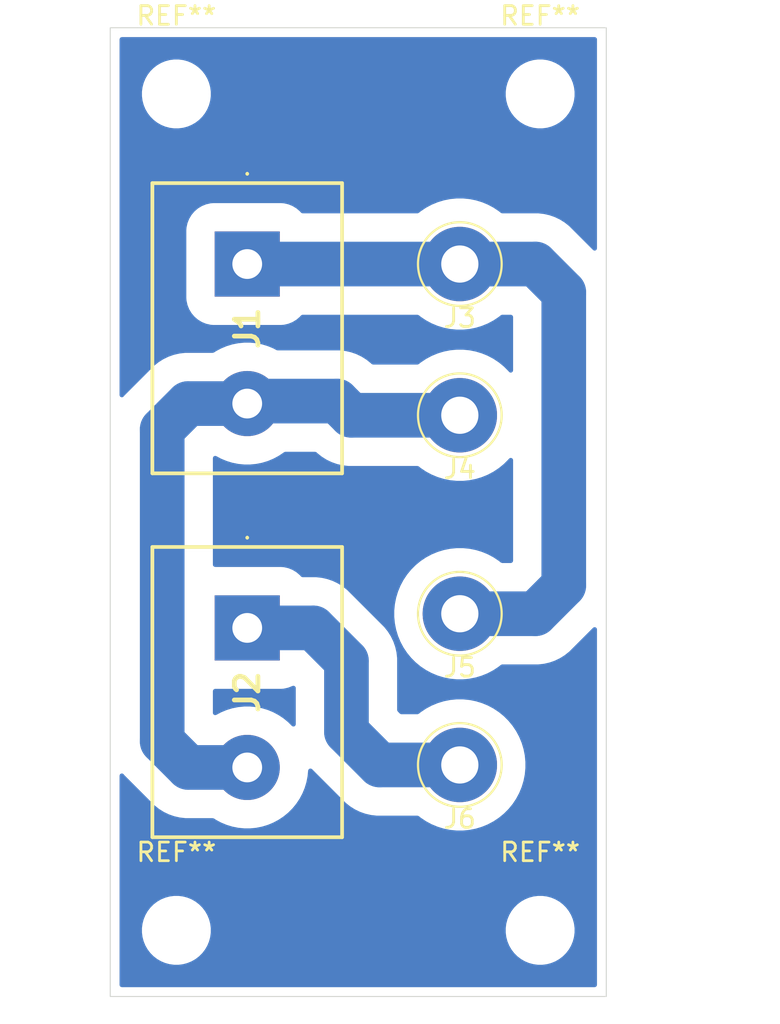
<source format=kicad_pcb>
(kicad_pcb (version 20241229) (generator "pcbnew") (generator_version "9.0")
  (layers (0 "F.Cu" signal) (2 "B.Cu" signal) (13 "F.Paste" user) (15 "B.Paste" user) (5 "F.SilkS" user "F.Silkscreen") (7 "B.SilkS" user "B.Silkscreen") (1 "F.Mask" user) (3 "B.Mask" user) (25 "Edge.Cuts" user))
  (net 0 "")
  (net 1 "/Linea")
  (net 2 "Net-(J6-Pin_1)")
  (net 3 "/Neutro")
  (footprint "TestPoint:TestPoint_THTPad_D4.0mm_Drill2.0mm" (layer "F.Cu") (at 93.726 64.262 180)
    (property "Reference" "J5" (at 0 -2.898 0) (layer "F.SilkS"))
    (property "Value" "Pad-Relay-Comun")
    (fp_circle (center 0 0) (end 0 2.25) (stroke (width 0.12)) (fill no) (layer "F.SilkS"))
    (pad "1" thru_hole circle (at 0 0 180) (size 4 4) (drill 2) (layers "*.Cu" "*.Mask") (net 1 "/Linea"))
  )
  (footprint "Samacsys:TB00475002GR" (layer "F.Cu") (at 82.296 45.466 -90)
    (property "Reference" "J1" (at 3.45 0 90) (layer "F.SilkS") (effects (font (size 1.27 1.27) (thickness 0.254))))
    (property "Value" "AC IN" (hide yes))
    (fp_line (start -4.35 5.1) (end -4.35 -5.1) (stroke (width 0.2)) (layer "F.SilkS"))
    (fp_line (start 11.25 5.1) (end -4.35 5.1) (stroke (width 0.2)) (layer "F.SilkS"))
    (fp_line (start -4.9 0) (end -4.9 0) (stroke (width 0.1)) (layer "F.SilkS"))
    (fp_line (start -4.8 0) (end -4.8 0) (stroke (width 0.1)) (layer "F.SilkS"))
    (fp_line (start -4.35 -5.1) (end 11.25 -5.1) (stroke (width 0.2)) (layer "F.SilkS"))
    (fp_line (start 11.25 -5.1) (end 11.25 5.1) (stroke (width 0.2)) (layer "F.SilkS"))
    (fp_arc (start -4.9 0) (mid -4.85 -0.05) (end -4.8 0) (stroke (width 0.1)) (layer "F.SilkS"))
    (fp_arc (start -4.8 0) (mid -4.85 0.05) (end -4.9 0) (stroke (width 0.1)) (layer "F.SilkS"))
    (pad "1" thru_hole rect (at 0 0 270) (size 3.5 3.5) (drill 1.6) (layers "*.Cu" "*.Mask") (net 1 "/Linea"))
    (pad "2" thru_hole circle (at 7.5 0 270) (size 3.5 3.5) (drill 1.6) (layers "*.Cu" "*.Mask") (net 3 "/Neutro"))
  )
  (footprint "MountingHole:MountingHole_3.2mm_M3" (layer "F.Cu") (at 98.044 81.28)
    (property "Reference" "REF**" (at 0 -4.2 0) (layer "F.SilkS"))
    (property "Value" "MountingHole_3.2mm_M3")
    (pad "" np_thru_hole circle (at 0 0) (size 3.2 3.2) (drill 3.2) (layers "*.Cu" "*.Mask"))
  )
  (footprint "TestPoint:TestPoint_THTPad_D4.0mm_Drill2.0mm" (layer "F.Cu") (at 93.726 72.39 180)
    (property "Reference" "J6" (at 0 -2.898 0) (layer "F.SilkS"))
    (property "Value" "Pad-Relay-NC")
    (fp_circle (center 0 0) (end 0 2.25) (stroke (width 0.12)) (fill no) (layer "F.SilkS"))
    (pad "1" thru_hole circle (at 0 0 180) (size 4 4) (drill 2) (layers "*.Cu" "*.Mask") (net 2 "Net-(J6-Pin_1)"))
  )
  (footprint "MountingHole:MountingHole_3.2mm_M3" (layer "F.Cu") (at 98.044 36.322)
    (property "Reference" "REF**" (at 0 -4.2 0) (layer "F.SilkS"))
    (property "Value" "MountingHole_3.2mm_M3")
    (pad "" np_thru_hole circle (at 0 0) (size 3.2 3.2) (drill 3.2) (layers "*.Cu" "*.Mask"))
  )
  (footprint "TestPoint:TestPoint_THTPad_D4.0mm_Drill2.0mm" (layer "F.Cu") (at 93.726 45.466 180)
    (property "Reference" "J3" (at 0 -2.898 0) (layer "F.SilkS"))
    (property "Value" "Pad-AC-Fuente-L")
    (fp_circle (center 0 0) (end 0 2.25) (stroke (width 0.12)) (fill no) (layer "F.SilkS"))
    (pad "1" thru_hole circle (at 0 0 180) (size 4 4) (drill 2) (layers "*.Cu" "*.Mask") (net 1 "/Linea"))
  )
  (footprint "TestPoint:TestPoint_THTPad_D4.0mm_Drill2.0mm" (layer "F.Cu") (at 93.726 53.594 180)
    (property "Reference" "J4" (at 0 -2.898 0) (layer "F.SilkS"))
    (property "Value" "Pad-AC-Fuente-N")
    (fp_circle (center 0 0) (end 0 2.25) (stroke (width 0.12)) (fill no) (layer "F.SilkS"))
    (pad "1" thru_hole circle (at 0 0 180) (size 4 4) (drill 2) (layers "*.Cu" "*.Mask") (net 3 "/Neutro"))
  )
  (footprint "MountingHole:MountingHole_3.2mm_M3" (layer "F.Cu") (at 78.486 81.28)
    (property "Reference" "REF**" (at 0 -4.2 0) (layer "F.SilkS"))
    (property "Value" "MountingHole_3.2mm_M3")
    (pad "" np_thru_hole circle (at 0 0) (size 3.2 3.2) (drill 3.2) (layers "*.Cu" "*.Mask"))
  )
  (footprint "Samacsys:TB00475002GR" (layer "F.Cu") (at 82.296 65.024 -90)
    (property "Reference" "J2" (at 3.45 0 90) (layer "F.SilkS") (effects (font (size 1.27 1.27) (thickness 0.254))))
    (property "Value" "Bomba" (hide yes))
    (fp_line (start -4.35 5.1) (end -4.35 -5.1) (stroke (width 0.2)) (layer "F.SilkS"))
    (fp_line (start 11.25 5.1) (end -4.35 5.1) (stroke (width 0.2)) (layer "F.SilkS"))
    (fp_line (start -4.9 0) (end -4.9 0) (stroke (width 0.1)) (layer "F.SilkS"))
    (fp_line (start -4.8 0) (end -4.8 0) (stroke (width 0.1)) (layer "F.SilkS"))
    (fp_line (start -4.35 -5.1) (end 11.25 -5.1) (stroke (width 0.2)) (layer "F.SilkS"))
    (fp_line (start 11.25 -5.1) (end 11.25 5.1) (stroke (width 0.2)) (layer "F.SilkS"))
    (fp_arc (start -4.9 0) (mid -4.85 -0.05) (end -4.8 0) (stroke (width 0.1)) (layer "F.SilkS"))
    (fp_arc (start -4.8 0) (mid -4.85 0.05) (end -4.9 0) (stroke (width 0.1)) (layer "F.SilkS"))
    (pad "1" thru_hole rect (at 0 0 270) (size 3.5 3.5) (drill 1.6) (layers "*.Cu" "*.Mask") (net 2 "Net-(J6-Pin_1)"))
    (pad "2" thru_hole circle (at 7.5 0 270) (size 3.5 3.5) (drill 1.6) (layers "*.Cu" "*.Mask") (net 3 "/Neutro"))
  )
  (footprint "MountingHole:MountingHole_3.2mm_M3" (layer "F.Cu") (at 78.486 36.322)
    (property "Reference" "REF**" (at 0 -4.2 0) (layer "F.SilkS"))
    (property "Value" "MountingHole_3.2mm_M3")
    (pad "" np_thru_hole circle (at 0 0) (size 3.2 3.2) (drill 3.2) (layers "*.Cu" "*.Mask"))
  )
  (gr_rect (start 74.93 32.766) (end 101.6 84.836) (stroke (width 0.05)) (fill no) (layer "Edge.Cuts"))
  (segment (start 99.314 62.738) (end 97.79 64.262) (width 2.4) (layer "B.Cu") (net 1))
  (segment (start 93.726 45.466) (end 97.79 45.466) (width 2.4) (layer "B.Cu") (net 1))
  (segment (start 97.79 45.466) (end 99.314 46.99) (width 2.4) (layer "B.Cu") (net 1))
  (segment (start 99.314 46.99) (end 99.314 62.738) (width 2.4) (layer "B.Cu") (net 1))
  (segment (start 93.726 45.466) (end 82.296 45.466) (width 2.4) (layer "B.Cu") (net 1))
  (segment (start 97.79 64.262) (end 93.726 64.262) (width 2.4) (layer "B.Cu") (net 1))
  (segment (start 82.296 65.024) (end 85.852 65.024) (width 2.4) (layer "B.Cu") (net 2))
  (segment (start 87.63 70.612) (end 89.408 72.39) (width 2.4) (layer "B.Cu") (net 2))
  (segment (start 85.852 65.024) (end 87.63 66.802) (width 2.4) (layer "B.Cu") (net 2))
  (segment (start 89.408 72.39) (end 93.726 72.39) (width 2.4) (layer "B.Cu") (net 2))
  (segment (start 87.63 66.802) (end 87.63 70.612) (width 2.4) (layer "B.Cu") (net 2))
  (segment (start 93.726 53.594) (end 87.884 53.594) (width 2.4) (layer "B.Cu") (net 3))
  (segment (start 79.128 72.524) (end 82.296 72.524) (width 2.4) (layer "B.Cu") (net 3))
  (segment (start 77.724 71.12) (end 79.128 72.524) (width 2.4) (layer "B.Cu") (net 3))
  (segment (start 79.114 52.966) (end 77.724 54.356) (width 2.4) (layer "B.Cu") (net 3))
  (segment (start 77.724 54.356) (end 77.724 71.12) (width 2.4) (layer "B.Cu") (net 3))
  (segment (start 87.884 53.594) (end 87.122 52.832) (width 2.4) (layer "B.Cu") (net 3))
  (segment (start 82.296 52.966) (end 79.114 52.966) (width 2.4) (layer "B.Cu") (net 3))
  (segment (start 87.122 52.832) (end 82.43 52.832) (width 2.4) (layer "B.Cu") (net 3))
  (segment (start 82.43 52.832) (end 82.296 52.966) (width 2.4) (layer "B.Cu") (net 3))
  (zone (net 0) (net_name "") (layer "B.Cu") (connect_pads (clearance 1.524)) (min_thickness 0.25) (fill yes (thermal_gap 0.5) (thermal_bridge_width 0.5) (island_removal_mode 1) (island_area_min 9.999999))
    (polygon (pts (xy 74.93 32.766) (xy 101.6 32.766) (xy 101.6 84.836) (xy 74.93 84.836)))
  )
)
</source>
